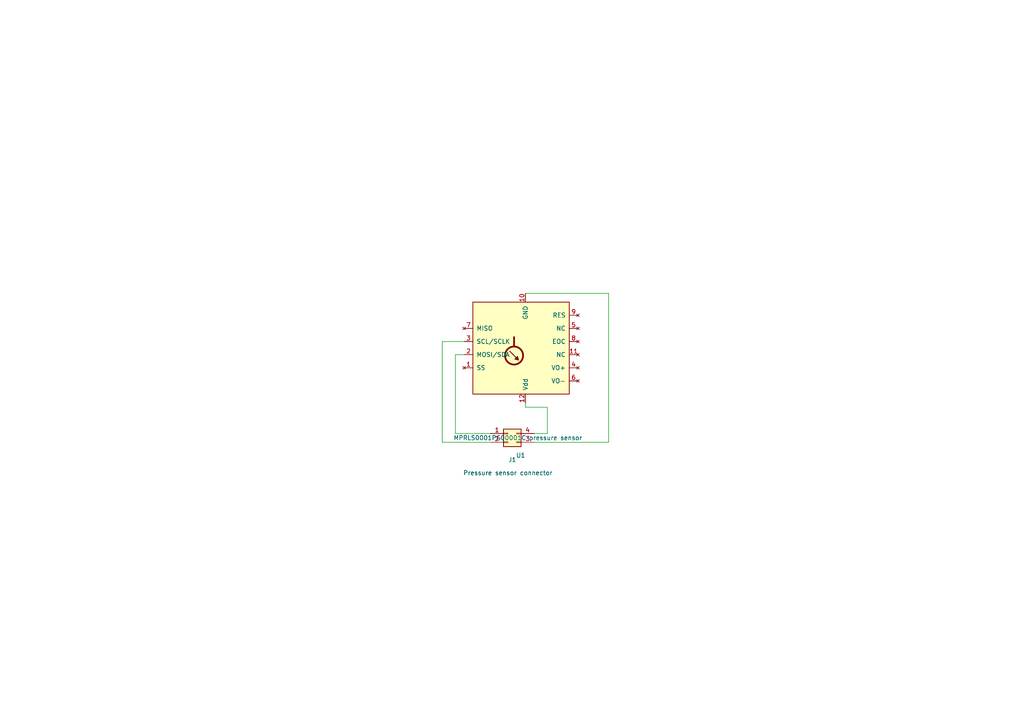
<source format=kicad_sch>
(kicad_sch (version 20211123) (generator eeschema)
  (paper "A4")
  (lib_symbols
    (symbol "Connector_Generic:Conn_02x02_Counter_Clockwise" (pin_names (offset 1.016) hide)
      (property "Reference" "J" (at 1.27 2.54 0))
      (property "Value" "Conn_02x02_Counter_Clockwise" (at 1.27 -5.08 0))
      (symbol "Conn_02x02_Counter_Clockwise_1_1"
        (rectangle (start -1.27 -2.413) (end 0 -2.667) (stroke (width 0.1524)))
        (rectangle (start -1.27 0.127) (end 0 -0.127) (stroke (width 0.1524)))
        (rectangle (start -1.27 1.27) (end 3.81 -3.81) (stroke (width 0.254)) (fill (type background)))
        (rectangle (start 3.81 -2.413) (end 2.54 -2.667) (stroke (width 0.1524)))
        (rectangle (start 3.81 0.127) (end 2.54 -0.127) (stroke (width 0.1524)))
        (pin passive line (at -5.08 0 0) (length 3.81) (name "Pin_1") (number "1"))
        (pin passive line (at -5.08 -2.54 0) (length 3.81) (name "Pin_2") (number "2"))
        (pin passive line (at 7.62 -2.54 180) (length 3.81) (name "Pin_3") (number "3"))
        (pin passive line (at 7.62 0 180) (length 3.81) (name "Pin_4") (number "4"))
      )
    )
    (symbol "WARBL2.2-rescue:40PC015G-Honeywell_Sensor_Pressure" (pin_names (offset 1.016))
      (property "Reference" "U1" (at -2.54 30.48 0))
      (property "Value" "MPRLS0001PG00001C pressure sensor" (at 13.97 25.4 0))
      (symbol "40PC015G-Honeywell_Sensor_Pressure_0_1"
        (rectangle (start -17.78 12.7) (end 10.16 -13.97) (stroke (width 0.254)) (fill (type background)))
        (circle (center -5.842 1.524) (radius 2.6162) (stroke (width 0.508)))
        (polyline (pts (xy -7.112 0.254) (xy -4.572 2.794)) (stroke (width 0.254)))
        (polyline (pts (xy -5.842 -1.27) (xy -5.842 -3.81)) (stroke (width 0.508)))
        (polyline (pts (xy -4.572 2.794) (xy -4.826 1.778) (xy -5.588 2.54) (xy -4.572 2.794)) (stroke (width 0.254)) (fill (type outline)))
      )
      (symbol "40PC015G-Honeywell_Sensor_Pressure_1_1"
        (pin no_connect line (at -20.32 5.08 0) (length 2.54) (name "SS") (number "1"))
        (pin power_in line (at -2.54 -16.51 90) (length 2.54) (name "GND") (number "10"))
        (pin no_connect line (at 12.7 1.27 180) (length 2.54) (name "NC") (number "11"))
        (pin power_in line (at -2.54 15.24 270) (length 2.54) (name "Vdd") (number "12"))
        (pin output line (at -20.32 1.27 0) (length 2.54) (name "MOSI/SDA") (number "2"))
        (pin output line (at -20.32 -2.54 0) (length 2.54) (name "SCL/SCLK") (number "3"))
        (pin no_connect line (at 12.7 5.08 180) (length 2.54) (name "VO+") (number "4"))
        (pin no_connect line (at 12.7 -6.35 180) (length 2.54) (name "NC") (number "5"))
        (pin no_connect line (at 12.7 8.89 180) (length 2.54) (name "VO-") (number "6"))
        (pin no_connect line (at -20.32 -6.35 0) (length 2.54) (name "MISO") (number "7"))
        (pin no_connect line (at 12.7 -2.54 180) (length 2.54) (name "EOC") (number "8"))
        (pin no_connect line (at 12.7 -10.16 180) (length 2.54) (name "RES") (number "9"))
      )
    )
  )
  (wire (pts (xy 128.27 99.06) (xy 134.62 99.06)))
  (wire (pts (xy 158.75 118.11) (xy 158.75 125.73)))
  (wire (pts (xy 132.08 102.87) (xy 134.62 102.87)))
  (wire (pts (xy 152.4 118.11) (xy 158.75 118.11)))
  (wire (pts (xy 128.27 99.06) (xy 128.27 128.27)))
  (wire (pts (xy 152.4 116.84) (xy 152.4 118.11)))
  (wire (pts (xy 132.08 102.87) (xy 132.08 125.73)))
  (wire (pts (xy 158.75 125.73) (xy 154.94 125.73)))
  (wire (pts (xy 132.08 125.73) (xy 142.24 125.73)))
  (wire (pts (xy 176.53 128.27) (xy 154.94 128.27)))
  (wire (pts (xy 128.27 128.27) (xy 142.24 128.27)))
  (wire (pts (xy 152.4 85.09) (xy 176.53 85.09)))
  (wire (pts (xy 176.53 85.09) (xy 176.53 128.27)))
  (symbol (lib_id "Connector_Generic:Conn_02x02_Counter_Clockwise") (at 147.32 125.73 0) (unit 1)
    (property "Reference" "J1" (at 148.59 133.35 0))
    (property "Value" "Pressure sensor connector" (at 147.32 137.16 0))
    (property "Footprint" "WARBL footprints:Pressure sensor header" (effects hide))
  )
  (symbol (lib_id "WARBL2.2-rescue:40PC015G-Honeywell_Sensor_Pressure") (at 154.94 101.6 0) (mirror x) (unit 1)
    (property "Reference" "U1" (at 152.4 132.08 0) (effects (justify right)))
    (property "Value" "MPRLS0001PG00001C pressure sensor" (at 168.91 127 0) (effects (justify right)))
    (property "Footprint" "WARBL footprints:MPRLS0001PG00001C" (effects hide))
    (property "Datasheet" "http://www.honeywellscportal.com//index.php?ci_id=138832" (effects hide))
    (property "Instructions" "Do not include in assembly." (effects hide))
  )
)
</source>
